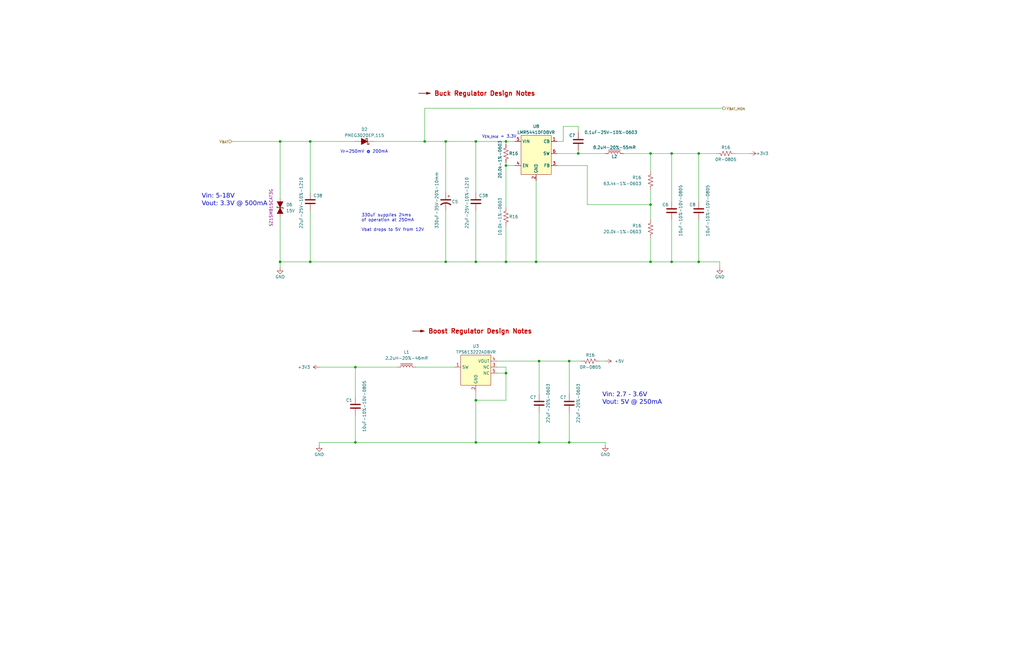
<source format=kicad_sch>
(kicad_sch (version 20230121) (generator eeschema)
  (paper "B")
  (title_block (title "IMU-2X") (date "2023-08-12") (rev "1") (company "FRC971 - Spartan Robotics"))
  (lib_symbols
    (symbol "Device:C" (pin_numbers hide) (pin_names (offset 0.254))
      (property "Reference" "C" (at 0.635 2.54 0))
      (property "Value" "C" (at 0.635 -2.54 0))
      (symbol "C_0_1"
        (polyline (pts (xy -2.032 -0.762) (xy 2.032 -0.762)) (stroke (width 0.508)))
        (polyline (pts (xy -2.032 0.762) (xy 2.032 0.762)) (stroke (width 0.508)))
      )
      (symbol "C_1_1"
        (pin passive line (at 0 3.81 270) (length 2.794) (name "~") (number "1"))
        (pin passive line (at 0 -3.81 90) (length 2.794) (name "~") (number "2"))
      )
    )
    (symbol "Device:C_Polarized_US" (pin_numbers hide) (pin_names (offset 0.254) hide)
      (property "Reference" "C" (at 0.635 2.54 0))
      (property "Value" "C_Polarized_US" (at 0.635 -2.54 0))
      (symbol "C_Polarized_US_0_1"
        (polyline (pts (xy -2.032 0.762) (xy 2.032 0.762)) (stroke (width 0.508)))
        (polyline (pts (xy -1.778 2.286) (xy -0.762 2.286)))
        (polyline (pts (xy -1.27 1.778) (xy -1.27 2.794)))
        (arc (start 2.032 -1.27) (mid 0 -0.5572) (end -2.032 -1.27) (stroke (width 0.508)))
      )
      (symbol "C_Polarized_US_1_1"
        (pin passive line (at 0 3.81 270) (length 2.794) (name "~") (number "1"))
        (pin passive line (at 0 -3.81 90) (length 3.302) (name "~") (number "2"))
      )
    )
    (symbol "Device:D_Schottky" (pin_numbers hide) (pin_names (offset 1.016) hide)
      (property "Reference" "D2" (at -0.3175 -6.35 0))
      (property "Value" "D_Schottky" (at -0.3175 -3.81 0))
      (symbol "D_Schottky_0_1"
        (polyline (pts (xy 1.27 0) (xy -1.27 0)))
        (polyline (pts (xy -1.905 0.635) (xy -1.905 1.27) (xy -1.27 1.27) (xy -1.27 -1.27) (xy -0.635 -1.27) (xy -0.635 -0.635)) (stroke (width 0.254)))
      )
      (symbol "D_Schottky_1_1"
        (polyline (pts (xy 1.27 1.27) (xy 1.27 -1.27) (xy -1.27 0) (xy 1.27 1.27)) (stroke (width 0.254)) (fill (type outline)))
        (pin passive line (at -3.81 0 0) (length 2.54) (name "K") (number "1"))
        (pin passive line (at 3.81 0 180) (length 2.54) (name "A") (number "2"))
      )
    )
    (symbol "Device:D_TVS" (pin_numbers hide) (pin_names (offset 1.016) hide)
      (property "Reference" "D1" (at 1.2701 -2.54 90))
      (property "Value" "15V" (at -1.27 -2.54 90))
      (property "MFG P/N" "SZ1SMB15CAT3G" (at 0 3.81 0))
      (symbol "D_TVS_0_1"
        (polyline (pts (xy 1.27 0) (xy -1.27 0)))
        (polyline (pts (xy 0.508 1.27) (xy 0 1.27) (xy 0 -1.27) (xy -0.508 -1.27)) (stroke (width 0.254)))
      )
      (symbol "D_TVS_1_1"
        (polyline (pts (xy -2.54 -1.27) (xy -2.54 1.27) (xy 0 0) (xy -2.54 -1.27)) (fill (type outline)))
        (polyline (pts (xy 2.54 1.27) (xy 2.54 -1.27) (xy 0 0) (xy 2.54 1.27)) (fill (type outline)))
        (pin passive line (at -3.81 0 0) (length 2.54) (name "A1") (number "1"))
        (pin passive line (at 3.81 0 180) (length 2.54) (name "A2") (number "2"))
      )
    )
    (symbol "Device:L_Iron" (pin_numbers hide) (pin_names (offset 1.016) hide)
      (property "Reference" "L" (at -1.27 0 90))
      (property "Value" "L_Iron" (at 2.794 0 90))
      (symbol "L_Iron_0_1"
        (arc (start 0 -2.54) (mid 0.6323 -1.905) (end 0 -1.27))
        (arc (start 0 -1.27) (mid 0.6323 -0.635) (end 0 0))
        (polyline (pts (xy 1.016 2.54) (xy 1.016 -2.54)))
        (polyline (pts (xy 1.524 -2.54) (xy 1.524 2.54)))
        (arc (start 0 0) (mid 0.6323 0.635) (end 0 1.27))
        (arc (start 0 1.27) (mid 0.6323 1.905) (end 0 2.54))
      )
      (symbol "L_Iron_1_1"
        (pin passive line (at 0 3.81 270) (length 1.27) (name "1") (number "1"))
        (pin passive line (at 0 -3.81 90) (length 1.27) (name "2") (number "2"))
      )
    )
    (symbol "Device:R_US" (pin_numbers hide) (pin_names (offset 0))
      (property "Reference" "R" (at 2.54 0 90))
      (property "Value" "R_US" (at -2.54 0 90))
      (symbol "R_US_0_1"
        (polyline (pts (xy 0 -2.286) (xy 0 -2.54)))
        (polyline (pts (xy 0 2.286) (xy 0 2.54)))
        (polyline (pts (xy 0 -0.762) (xy 1.016 -1.143) (xy 0 -1.524) (xy -1.016 -1.905) (xy 0 -2.286)))
        (polyline (pts (xy 0 0.762) (xy 1.016 0.381) (xy 0 0) (xy -1.016 -0.381) (xy 0 -0.762)))
        (polyline (pts (xy 0 2.286) (xy 1.016 1.905) (xy 0 1.524) (xy -1.016 1.143) (xy 0 0.762)))
      )
      (symbol "R_US_1_1"
        (pin passive line (at 0 3.81 270) (length 1.27) (name "~") (number "1"))
        (pin passive line (at 0 -3.81 90) (length 1.27) (name "~") (number "2"))
      )
    )
    (symbol "Graphic:SYM_Arrow_Normal" (in_bom no) (on_board no)
      (symbol "SYM_Arrow_Normal_0_1"
        (polyline (pts (xy 1.524 0) (xy -2.54 0)) (stroke (width 0.254)))
        (polyline (pts (xy 2.54 0) (xy 0.762 -0.508) (xy 0.762 0.508) (xy 2.54 0)) (fill (type outline)))
      )
    )
    (symbol "IMU-2X:LMR54410FDBVR"
      (property "Reference" "U" (at 0 0 0))
      (symbol "LMR54410FDBVR_1_1"
        (rectangle (start 0 0) (end 12.7 -16.51) (fill (type background)))
        (pin passive line (at 15.24 -2.54 180) (length 2.54) (name "CB") (number "1"))
        (pin passive line (at 6.35 -19.05 90) (length 2.54) (name "GND") (number "2"))
        (pin input line (at 15.24 -12.7 180) (length 2.54) (name "FB") (number "3"))
        (pin input line (at -2.54 -12.7 0) (length 2.54) (name "EN") (number "4"))
        (pin power_in line (at -2.54 -2.54 0) (length 2.54) (name "VIN") (number "5"))
        (pin power_out line (at 15.24 -7.62 180) (length 2.54) (name "SW") (number "6"))
      )
    )
    (symbol "IMU-2X:TPS613222ADBVR"
      (property "Reference" "U" (at 0 0 0))
      (property "Value" "TPS613222ADBVR" (at 0 0 0))
      (symbol "TPS613222ADBVR_1_1"
        (rectangle (start -6.35 0) (end 6.35 -12.7) (fill (type background)))
        (pin power_in line (at -8.89 -5.08 0) (length 2.54) (name "SW") (number "1"))
        (pin passive line (at 0 -15.24 90) (length 2.54) (name "GND") (number "2"))
        (pin passive line (at 8.89 -5.08 180) (length 2.54) (name "NC") (number "3"))
        (pin power_out line (at 8.89 -2.54 180) (length 2.54) (name "VOUT") (number "4"))
        (pin passive line (at 8.89 -7.62 180) (length 2.54) (name "NC") (number "5"))
      )
    )
    (symbol "power:+3V3" (power) (pin_names (offset 0))
      (property "Value" "+3V3" (at 0 3.556 0))
      (symbol "+3V3_0_1"
        (polyline (pts (xy -0.762 1.27) (xy 0 2.54)))
        (polyline (pts (xy 0 0) (xy 0 2.54)))
        (polyline (pts (xy 0 2.54) (xy 0.762 1.27)))
      )
      (symbol "+3V3_1_1"
        (pin power_in line (at 0 0 90) (length 0) hide (name "+3V3") (number "1"))
      )
    )
    (symbol "power:+5V" (power) (pin_names (offset 0))
      (property "Value" "+5V" (at 0 3.556 0))
      (symbol "+5V_0_1"
        (polyline (pts (xy -0.762 1.27) (xy 0 2.54)))
        (polyline (pts (xy 0 0) (xy 0 2.54)))
        (polyline (pts (xy 0 2.54) (xy 0.762 1.27)))
      )
      (symbol "+5V_1_1"
        (pin power_in line (at 0 0 90) (length 0) hide (name "+5V") (number "1"))
      )
    )
    (symbol "power:GND" (power) (pin_names (offset 0))
      (property "Value" "GND" (at 0 -3.81 0))
      (symbol "GND_0_1"
        (polyline (pts (xy 0 0) (xy 0 -1.27) (xy 1.27 -1.27) (xy 0 -2.54) (xy -1.27 -1.27) (xy 0 -1.27)))
      )
      (symbol "GND_1_1"
        (pin power_in line (at 0 0 270) (length 0) hide (name "GND") (number "1"))
      )
    )
  )
  (junction (at 149.86 186.69))
  (junction (at 294.64 110.49))
  (junction (at 200.66 59.69))
  (junction (at 240.03 186.69))
  (junction (at 213.36 157.48))
  (junction (at 200.66 168.91))
  (junction (at 213.36 69.85))
  (junction (at 240.03 152.4))
  (junction (at 179.07 59.69))
  (junction (at 118.11 59.69))
  (junction (at 213.36 59.69))
  (junction (at 130.81 110.49))
  (junction (at 274.32 110.49))
  (junction (at 130.81 59.69))
  (junction (at 149.86 154.94))
  (junction (at 200.66 186.69))
  (junction (at 226.06 110.49))
  (junction (at 243.84 64.77))
  (junction (at 213.36 110.49))
  (junction (at 227.33 152.4))
  (junction (at 283.21 64.77))
  (junction (at 274.32 64.77))
  (junction (at 118.11 110.49))
  (junction (at 283.21 110.49))
  (junction (at 274.32 86.36))
  (junction (at 187.96 110.49))
  (junction (at 200.66 110.49))
  (junction (at 187.96 59.69))
  (junction (at 294.64 64.77))
  (junction (at 227.33 186.69))
  (wire (pts (xy 274.32 80.01) (xy 274.32 86.36)))
  (wire (pts (xy 283.21 110.49) (xy 294.64 110.49)))
  (wire (pts (xy 157.48 59.69) (xy 179.07 59.69)))
  (wire (pts (xy 134.62 186.69) (xy 134.62 187.96)))
  (wire (pts (xy 134.62 154.94) (xy 149.86 154.94)))
  (wire (pts (xy 213.36 168.91) (xy 200.66 168.91)))
  (wire (pts (xy 226.06 76.2) (xy 226.06 110.49)))
  (wire (pts (xy 240.03 152.4) (xy 245.11 152.4)))
  (wire (pts (xy 213.36 110.49) (xy 226.06 110.49)))
  (wire (pts (xy 149.86 175.26) (xy 149.86 186.69)))
  (wire (pts (xy 252.73 152.4) (xy 255.27 152.4)))
  (wire (pts (xy 303.53 110.49) (xy 303.53 113.03)))
  (wire (pts (xy 179.07 59.69) (xy 187.96 59.69)))
  (wire (pts (xy 130.81 81.28) (xy 130.81 59.69)))
  (wire (pts (xy 200.66 168.91) (xy 200.66 186.69)))
  (wire (pts (xy 227.33 186.69) (xy 240.03 186.69)))
  (wire (pts (xy 130.81 88.9) (xy 130.81 110.49)))
  (wire (pts (xy 200.66 59.69) (xy 200.66 81.28)))
  (wire (pts (xy 213.36 59.69) (xy 217.17 59.69)))
  (wire (pts (xy 179.07 45.72) (xy 304.8 45.72)))
  (wire (pts (xy 283.21 64.77) (xy 294.64 64.77)))
  (wire (pts (xy 243.84 53.34) (xy 243.84 55.88)))
  (wire (pts (xy 240.03 173.99) (xy 240.03 186.69)))
  (wire (pts (xy 234.95 69.85) (xy 247.65 69.85)))
  (wire (pts (xy 200.66 168.91) (xy 200.66 165.1)))
  (wire (pts (xy 234.95 64.77) (xy 243.84 64.77)))
  (wire (pts (xy 118.11 110.49) (xy 130.81 110.49)))
  (wire (pts (xy 213.36 59.69) (xy 213.36 60.96)))
  (wire (pts (xy 294.64 64.77) (xy 302.26 64.77)))
  (wire (pts (xy 200.66 59.69) (xy 213.36 59.69)))
  (wire (pts (xy 209.55 152.4) (xy 227.33 152.4)))
  (wire (pts (xy 118.11 110.49) (xy 118.11 113.03)))
  (wire (pts (xy 187.96 88.9) (xy 187.96 110.49)))
  (wire (pts (xy 187.96 59.69) (xy 200.66 59.69)))
  (wire (pts (xy 226.06 110.49) (xy 274.32 110.49)))
  (wire (pts (xy 213.36 69.85) (xy 213.36 87.63)))
  (wire (pts (xy 255.27 186.69) (xy 255.27 187.96)))
  (wire (pts (xy 227.33 152.4) (xy 227.33 166.37)))
  (wire (pts (xy 274.32 86.36) (xy 274.32 92.71)))
  (wire (pts (xy 118.11 59.69) (xy 130.81 59.69)))
  (wire (pts (xy 274.32 110.49) (xy 283.21 110.49)))
  (wire (pts (xy 149.86 154.94) (xy 149.86 167.64)))
  (wire (pts (xy 130.81 59.69) (xy 149.86 59.69)))
  (wire (pts (xy 283.21 92.71) (xy 283.21 110.49)))
  (wire (pts (xy 240.03 152.4) (xy 240.03 166.37)))
  (wire (pts (xy 309.88 64.77) (xy 316.23 64.77)))
  (wire (pts (xy 237.49 59.69) (xy 237.49 53.34)))
  (wire (pts (xy 187.96 110.49) (xy 200.66 110.49)))
  (wire (pts (xy 209.55 157.48) (xy 213.36 157.48)))
  (wire (pts (xy 243.84 63.5) (xy 243.84 64.77)))
  (wire (pts (xy 200.66 88.9) (xy 200.66 110.49)))
  (wire (pts (xy 213.36 68.58) (xy 213.36 69.85)))
  (wire (pts (xy 234.95 59.69) (xy 237.49 59.69)))
  (wire (pts (xy 247.65 69.85) (xy 247.65 86.36)))
  (wire (pts (xy 294.64 110.49) (xy 303.53 110.49)))
  (wire (pts (xy 227.33 173.99) (xy 227.33 186.69)))
  (wire (pts (xy 200.66 110.49) (xy 213.36 110.49)))
  (wire (pts (xy 179.07 59.69) (xy 179.07 45.72)))
  (wire (pts (xy 274.32 100.33) (xy 274.32 110.49)))
  (wire (pts (xy 283.21 64.77) (xy 283.21 85.09)))
  (wire (pts (xy 167.64 154.94) (xy 149.86 154.94)))
  (wire (pts (xy 274.32 64.77) (xy 274.32 72.39)))
  (wire (pts (xy 213.36 69.85) (xy 217.17 69.85)))
  (wire (pts (xy 191.77 154.94) (xy 175.26 154.94)))
  (wire (pts (xy 274.32 64.77) (xy 283.21 64.77)))
  (wire (pts (xy 247.65 86.36) (xy 274.32 86.36)))
  (wire (pts (xy 227.33 152.4) (xy 240.03 152.4)))
  (wire (pts (xy 97.79 59.69) (xy 118.11 59.69)))
  (wire (pts (xy 118.11 91.44) (xy 118.11 110.49)))
  (wire (pts (xy 237.49 53.34) (xy 243.84 53.34)))
  (wire (pts (xy 134.62 186.69) (xy 149.86 186.69)))
  (wire (pts (xy 118.11 59.69) (xy 118.11 83.82)))
  (wire (pts (xy 130.81 110.49) (xy 187.96 110.49)))
  (wire (pts (xy 262.89 64.77) (xy 274.32 64.77)))
  (wire (pts (xy 240.03 186.69) (xy 255.27 186.69)))
  (wire (pts (xy 243.84 64.77) (xy 255.27 64.77)))
  (wire (pts (xy 294.64 64.77) (xy 294.64 85.09)))
  (wire (pts (xy 294.64 92.71) (xy 294.64 110.49)))
  (wire (pts (xy 149.86 186.69) (xy 200.66 186.69)))
  (wire (pts (xy 213.36 157.48) (xy 213.36 168.91)))
  (wire (pts (xy 213.36 154.94) (xy 213.36 157.48)))
  (wire (pts (xy 213.36 95.25) (xy 213.36 110.49)))
  (wire (pts (xy 209.55 154.94) (xy 213.36 154.94)))
  (wire (pts (xy 200.66 186.69) (xy 227.33 186.69)))
  (wire (pts (xy 187.96 81.28) (xy 187.96 59.69)))
  (text "Vin: 5-18V\nVout: 3.3V @ 500mA" (at 85.09 87.63 0) (effects (font (size 1.905 1.905)) (justify left bottom)))
  (text "V_{EN_thld} = 3.3V" (at 203.2 58.42 0) (effects (font (size 1.27 1.27)) (justify left bottom)))
  (text "Vin: 2.7 - 3.6V\nVout: 5V @ 250mA" (at 254 171.45 0) (effects (font (size 1.905 1.905)) (justify left bottom)))
  (text "V_{F}=250mV @ 200mA" (at 143.51 64.77 0) (effects (font (size 1.27 1.27)) (justify left bottom)))
  (text "330uF supplies 24ms\nof operation at 250mA\n\nVbat drops to 5V from 12V" (at 152.4 97.79 0) (effects (font (size 1.27 1.27)) (justify left bottom)))
  (hierarchical_label "V_{BAT}" (shape input) (at 97.79 59.69 180))
  (hierarchical_label "V_{BAT_MON}" (shape output) (at 304.8 45.72 0))
  (symbol (lib_id "Device:R_US") (at 306.07 64.77 270) (mirror x) (unit 1)
    (property "Reference" "R16" (at 306.07 62.23 90))
    (property "Value" "0R-0805" (at 306.07 67.31 90))
    (property "Footprint" "Resistor_SMD:R_0805_2012Metric_Pad1.20x1.40mm_HandSolder" (effects hide))
    (property "Datasheet" "Components/Yageo-PYu-RC_Group_51_RoHS_L_12.pdf" (effects hide))
    (property "MFG" "Yageo" (effects hide))
    (property "MFG P/N" "RC0805JR-070RL" (effects hide))
    (property "DIST" "Digikey" (effects hide))
    (property "DIST P/N" "311-0.0ARCT-ND" (effects hide))
    (instances (project "PI-Power-Board" (path "" (reference "R16") (unit 1))) (project "IMU-2X" (path "" (reference "R3") (unit 1))) (project "NX-J401-Adapter" (path "" (reference "R2") (unit 1))))
  )
  (symbol (lib_id "Device:L_Iron") (at 171.45 154.94 90) (unit 1)
    (property "Reference" "L1" (at 171.45 148.59 90))
    (property "Value" "2.2uH-20%-46mR" (at 171.45 151.13 90))
    (property "Footprint" "IMU-2X:L_Vishay_IHLP-1212" (effects hide))
    (property "Datasheet" "Components/Vishay-IHLP1212BZER2R2M11.pdf" (effects hide))
    (property "MFG" "Vishay" (effects hide))
    (property "MFG P/N" "IHLP1212BZER2R2M11" (effects hide))
    (property "DIST" "Digikey" (effects hide))
    (property "DIST P/N" "541-1322-1-ND" (effects hide))
  )
  (symbol (lib_id "power:GND") (at 255.27 187.96 0) (unit 1)
    (property "Reference" "#PWR054" (effects hide))
    (property "Value" "GND" (at 255.27 191.77 0))
  )
  (symbol (lib_id "power:+3V3") (at 134.62 154.94 90) (mirror x) (unit 1)
    (property "Reference" "#PWR056" (effects hide))
    (property "Value" "+3V3" (at 130.81 154.94 90) (effects (justify left)))
  )
  (symbol (lib_id "Device:C") (at 240.03 170.18 0) (unit 1)
    (property "Reference" "C?" (at 238.76 167.64 0) (effects (justify right)))
    (property "Value" "22uF-20%-0603" (at 243.84 170.18 90))
    (property "Footprint" "Capacitor_SMD:C_0603_1608Metric" (effects hide))
    (property "Datasheet" "Components/TDK-mlcc_commercial_general_en.pdf" (effects hide))
    (property "MFG" "TDK" (effects hide))
    (property "MFG P/N" "C1608X5R1A226M080AC" (effects hide))
    (property "DIST" "Digikey" (effects hide))
    (property "DIST P/N" "445-9077-1-ND" (effects hide))
    (instances (project "IMU-2X" (path "" (reference "C?") (unit 1)) (path "" (reference "C2") (unit 1))))
  )
  (symbol (lib_id "Device:C") (at 200.66 85.09 180) (unit 1)
    (property "Reference" "C38" (at 201.93 82.55 0) (effects (justify right)))
    (property "Value" "22uF-25V-10%-1210" (at 196.85 96.52 90) (effects (justify right)))
    (property "Footprint" "Capacitor_SMD:C_1210_3225Metric" (effects hide))
    (property "Datasheet" "Components/Samsung-MLCC.pdf" (effects hide))
    (property "MFG" "Samsung Electro-Mechanics" (effects hide))
    (property "MFG P/N" "CL32A226KAJNNWE" (effects hide))
    (property "DIST" "Digikey" (effects hide))
    (property "DIST P/N" "1276-3369-1-ND" (effects hide))
    (instances (project "PI-Power-Board" (path "" (reference "C38") (unit 1))) (project "IMU-2X" (path "" (reference "C36") (unit 1))) (project "NX-J401-Adapter" (path "" (reference "C1") (unit 1))))
  )
  (symbol (lib_id "IMU-2X:LMR54410FDBVR") (at 219.71 57.15 0) (unit 1)
    (property "Reference" "U8" (at 226.06 53.34 0))
    (property "Value" "LMR54410FDBVR" (at 226.06 55.88 0))
    (property "Footprint" "Package_TO_SOT_SMD:SOT-23-6" (effects hide))
    (property "Datasheet" "Components/TI-LMR54406.pdf" (effects hide))
    (property "MFG" "Texas Instruments" (effects hide))
    (property "MFG P/N" "LMR54410FDBVR" (effects hide))
    (property "DIST" "Digikey" (effects hide))
    (property "DIST P/N" "296-LMR54410FDBVRCT-ND" (effects hide))
  )
  (symbol (lib_id "Device:D_TVS") (at 118.11 87.63 90) (unit 1)
    (property "Reference" "D6" (at 120.65 86.3599 90) (effects (justify right)))
    (property "Value" "15V" (at 120.65 88.9 90) (effects (justify right)))
    (property "Footprint" "Diode_SMD:D_SMB" (effects hide))
    (property "Datasheet" "Components/Littelfulse-sz1smb28cat3g.pdf" (effects hide))
    (property "MFG" "Littelfuse" (effects hide))
    (property "MFG P/N" "SZ1SMB15CAT3G" (at 114.3 87.63 0))
    (property "DIST" "Digikey" (effects hide))
    (property "DIST P/N" "F11544CT-ND" (effects hide))
    (instances (project "PI-Power-Board" (path "" (reference "D6") (unit 1))) (project "IMU-2X" (path "" (reference "D1") (unit 1))) (project "NX-J401-Adapter" (path "" (reference "D1") (unit 1))))
  )
  (symbol (lib_id "Device:C") (at 283.21 88.9 0) (mirror y) (unit 1)
    (property "Reference" "C6" (at 281.94 86.36 0) (effects (justify left)))
    (property "Value" "10uF-10%-10V-0805" (at 287.02 88.9 90))
    (property "Footprint" "Capacitor_SMD:C_0805_2012Metric" (effects hide))
    (property "Datasheet" "Components/Kemet-C0805C106K8PACTU.pdf" (effects hide))
    (property "MFG" "Kemet" (effects hide))
    (property "MFG P/N" "C0805C106K8PAC7800" (effects hide))
    (property "DIST" "Digikey" (effects hide))
    (property "DIST P/N" "399-C0805C106K8PAC7800CT-ND" (effects hide))
  )
  (symbol (lib_id "Device:L_Iron") (at 259.08 64.77 90) (unit 1)
    (property "Reference" "L2" (at 259.08 66.04 90))
    (property "Value" "8.2uH-20%-55mR" (at 259.08 62.23 90))
    (property "Footprint" "IMU-2X:L_Vishay_IHLP-2525" (effects hide))
    (property "Datasheet" "Components/Vishay-ihlp-2525cz-1a.pdf" (effects hide))
    (property "MFG" "Vishay" (effects hide))
    (property "MFG P/N" "IHLP2525CZER8R2M1A" (effects hide))
    (property "DIST" "Digikey" (effects hide))
    (property "DIST P/N" "541-IHLP2525CZER8R2M1ACT-ND" (effects hide))
  )
  (symbol (lib_id "power:+3V3") (at 316.23 64.77 270) (unit 1)
    (property "Reference" "#PWR052" (effects hide))
    (property "Value" "+3V3" (at 318.77 64.77 90) (effects (justify left)))
  )
  (symbol (lib_id "Device:R_US") (at 213.36 64.77 0) (mirror x) (unit 1)
    (property "Reference" "R16" (at 214.63 64.77 0) (effects (justify left)))
    (property "Value" "20.0k-1%-0603" (at 210.82 67.31 90))
    (property "Footprint" "Resistor_SMD:R_0603_1608Metric" (effects hide))
    (property "Datasheet" "Components/Yageo-PYu-RC_Group_51_RoHS_L_12.pdf" (effects hide))
    (property "MFG" "Yageo" (effects hide))
    (property "MFG P/N" "RC0603FR-0720KL" (effects hide))
    (property "DIST" "Digikey" (effects hide))
    (property "DIST P/N" "311-20.0KHRCT-ND" (effects hide))
    (instances (project "PI-Power-Board" (path "" (reference "R16") (unit 1))) (project "IMU-2X" (path "" (reference "R6") (unit 1))) (project "NX-J401-Adapter" (path "" (reference "R2") (unit 1))))
  )
  (symbol (lib_id "Device:R_US") (at 274.32 96.52 0) (mirror x) (unit 1)
    (property "Reference" "R16" (at 270.51 95.25 0) (effects (justify right)))
    (property "Value" "20.0k-1%-0603" (at 270.51 97.79 0) (effects (justify right)))
    (property "Footprint" "Resistor_SMD:R_0603_1608Metric" (effects hide))
    (property "Datasheet" "Components/Yageo-PYu-RC_Group_51_RoHS_L_12.pdf" (effects hide))
    (property "MFG" "Yageo" (effects hide))
    (property "MFG P/N" "RC0603FR-0720KL" (effects hide))
    (property "DIST" "Digikey" (effects hide))
    (property "DIST P/N" "311-20.0KHRCT-ND" (effects hide))
    (instances (project "PI-Power-Board" (path "" (reference "R16") (unit 1))) (project "IMU-2X" (path "" (reference "R15") (unit 1))) (project "NX-J401-Adapter" (path "" (reference "R2") (unit 1))))
  )
  (symbol (lib_id "Device:R_US") (at 248.92 152.4 270) (mirror x) (unit 1)
    (property "Reference" "R16" (at 248.92 149.86 90))
    (property "Value" "0R-0805" (at 248.92 154.94 90))
    (property "Footprint" "Resistor_SMD:R_0805_2012Metric_Pad1.20x1.40mm_HandSolder" (effects hide))
    (property "Datasheet" "Components/Yageo-PYu-RC_Group_51_RoHS_L_12.pdf" (effects hide))
    (property "MFG" "Yageo" (effects hide))
    (property "MFG P/N" "RC0805JR-070RL" (effects hide))
    (property "DIST" "Digikey" (effects hide))
    (property "DIST P/N" "311-0.0ARCT-ND" (effects hide))
    (instances (project "PI-Power-Board" (path "" (reference "R16") (unit 1))) (project "IMU-2X" (path "" (reference "R2") (unit 1))) (project "NX-J401-Adapter" (path "" (reference "R2") (unit 1))))
  )
  (symbol (lib_id "Graphic:SYM_Arrow_Normal") (at 176.53 139.7 0) (unit 1) (in_bom no) (on_board no)
    (property "Reference" "#SYM5" (effects hide))
    (property "Value" "Boost Regulator Design Notes" (at 180.34 139.7 0) (effects (font (size 1.905 1.905) bold) (justify left)))
    (property "Datasheet" "Components/WBDesign78-TPS613222-3Vin-5Vout-0.25A.pdf" (effects hide))
    (property "Sim.Enable" "0" (effects hide))
  )
  (symbol (lib_id "Device:D_Schottky") (at 153.67 59.69 180) (unit 1)
    (property "Reference" "D2" (at 153.67 54.61 0))
    (property "Value" "PMEG3020EP,115" (at 153.67 57.15 0))
    (property "Footprint" "IMU-2X:D_SOD-128" (effects hide))
    (property "Datasheet" "Components/Nexperia-PMEG3020EP.pdf" (effects hide))
    (property "MFG" "Nexperia" (effects hide))
    (property "MFG P/N" "PMEG3020EP,115" (effects hide))
    (property "DIST" "Digikey" (effects hide))
    (property "DIST P/N" "1727-5836-1-ND" (effects hide))
  )
  (symbol (lib_id "Device:C") (at 227.33 170.18 0) (unit 1)
    (property "Reference" "C?" (at 226.06 167.64 0) (effects (justify right)))
    (property "Value" "22uF-20%-0603" (at 231.14 170.18 90))
    (property "Footprint" "Capacitor_SMD:C_0603_1608Metric" (effects hide))
    (property "Datasheet" "Components/TDK-mlcc_commercial_general_en.pdf" (effects hide))
    (property "MFG" "TDK" (effects hide))
    (property "MFG P/N" "C1608X5R1A226M080AC" (effects hide))
    (property "DIST" "Digikey" (effects hide))
    (property "DIST P/N" "445-9077-1-ND" (effects hide))
    (instances (project "IMU-2X" (path "" (reference "C?") (unit 1)) (path "" (reference "C11") (unit 1))))
  )
  (symbol (lib_id "power:GND") (at 303.53 113.03 0) (unit 1)
    (property "Reference" "#PWR051" (effects hide))
    (property "Value" "GND" (at 303.53 116.84 0))
  )
  (symbol (lib_id "IMU-2X:TPS613222ADBVR") (at 200.66 149.86 0) (unit 1)
    (property "Reference" "U3" (at 200.66 146.05 0))
    (property "Value" "TPS613222ADBVR" (at 200.66 148.59 0))
    (property "Footprint" "Package_TO_SOT_SMD:SOT-23-5" (effects hide))
    (property "Datasheet" "Components/TI-tps613222.pdf" (effects hide))
    (property "MFG" "Texas Instruments" (effects hide))
    (property "MFG P/N" "TPS613222ADBVR" (effects hide))
    (property "DIST" "Digikey" (effects hide))
    (property "DIST P/N" "296-50503-1-ND" (effects hide))
  )
  (symbol (lib_id "power:GND") (at 118.11 113.03 0) (unit 1)
    (property "Reference" "#PWR050" (effects hide))
    (property "Value" "GND" (at 118.11 116.84 0))
  )
  (symbol (lib_id "Device:C_Polarized_US") (at 187.96 85.09 0) (mirror y) (unit 1)
    (property "Reference" "C5" (at 190.5 85.09 0) (effects (justify right)))
    (property "Value" "330uF-35V-20%-10mm" (at 184.15 96.52 90) (effects (justify left)))
    (property "Footprint" "Capacitor_THT:CP_Radial_D10.0mm_P5.00mm" (effects hide))
    (property "Datasheet" "Components/Rubycon-PZJ.pdf" (effects hide))
    (property "MFG" "Rubycon" (effects hide))
    (property "MFG P/N" "35PZJ330M10X9" (effects hide))
    (property "DIST" "Digikey" (effects hide))
    (property "DIST P/N" "1189-35PZJ330M10X9-ND" (effects hide))
    (instances (project "IMU-2X" (path "" (reference "C5") (unit 1))) (project "NX-J401-Adapter" (path "" (reference "C2") (unit 1))))
  )
  (symbol (lib_id "Device:C") (at 294.64 88.9 0) (unit 1)
    (property "Reference" "C8" (at 293.37 86.36 0) (effects (justify right)))
    (property "Value" "10uF-10%-10V-0805" (at 298.45 88.9 90))
    (property "Footprint" "Capacitor_SMD:C_0805_2012Metric" (effects hide))
    (property "Datasheet" "Components/Kemet-C0805C106K8PACTU.pdf" (effects hide))
    (property "MFG" "Kemet" (effects hide))
    (property "MFG P/N" "C0805C106K8PAC7800" (effects hide))
    (property "DIST" "Digikey" (effects hide))
    (property "DIST P/N" "399-C0805C106K8PAC7800CT-ND" (effects hide))
  )
  (symbol (lib_id "Device:R_US") (at 274.32 76.2 0) (mirror x) (unit 1)
    (property "Reference" "R16" (at 270.51 74.93 0) (effects (justify right)))
    (property "Value" "63.4k-1%-0603" (at 270.51 77.47 0) (effects (justify right)))
    (property "Footprint" "Resistor_SMD:R_0603_1608Metric" (effects hide))
    (property "Datasheet" "Components/Yageo-PYu-RC_Group_51_RoHS_L_12.pdf" (effects hide))
    (property "MFG" "Yageo" (effects hide))
    (property "MFG P/N" "RC0603FR-0763K4L" (effects hide))
    (property "DIST" "Digikey" (effects hide))
    (property "DIST P/N" "311-63.4KHRCT-ND" (effects hide))
    (instances (project "PI-Power-Board" (path "" (reference "R16") (unit 1))) (project "IMU-2X" (path "" (reference "R4") (unit 1))) (project "NX-J401-Adapter" (path "" (reference "R2") (unit 1))))
  )
  (symbol (lib_id "power:GND") (at 134.62 187.96 0) (unit 1)
    (property "Reference" "#PWR053" (effects hide))
    (property "Value" "GND" (at 134.62 191.77 0))
  )
  (symbol (lib_id "Device:R_US") (at 213.36 91.44 0) (mirror x) (unit 1)
    (property "Reference" "R16" (at 214.63 91.44 0) (effects (justify left)))
    (property "Value" "10.0k-1%-0603" (at 210.82 91.44 90))
    (property "Footprint" "Resistor_SMD:R_0603_1608Metric" (effects hide))
    (property "Datasheet" "Components/Yageo-PYu-RC_Group_51_RoHS_L_12.pdf" (effects hide))
    (property "MFG" "Yageo" (effects hide))
    (property "MFG P/N" "RC0603FR-0710KP" (effects hide))
    (property "DIST" "Digikey" (effects hide))
    (property "DIST P/N" "YAG1290CT-ND" (effects hide))
    (instances (project "PI-Power-Board" (path "" (reference "R16") (unit 1))) (project "IMU-2X" (path "" (reference "R8") (unit 1))) (project "NX-J401-Adapter" (path "" (reference "R2") (unit 1))))
  )
  (symbol (lib_id "power:+5V") (at 255.27 152.4 270) (unit 1)
    (property "Reference" "#PWR055" (effects hide))
    (property "Value" "+5V" (at 259.08 152.4 90) (effects (justify left)))
  )
  (symbol (lib_id "Device:C") (at 149.86 171.45 0) (unit 1)
    (property "Reference" "C1" (at 148.59 168.91 0) (effects (justify right)))
    (property "Value" "10uF-10%-10V-0805" (at 153.67 171.45 90))
    (property "Footprint" "Capacitor_SMD:C_0805_2012Metric" (effects hide))
    (property "Datasheet" "Components/Kemet-C0805C106K8PACTU.pdf" (effects hide))
    (property "MFG" "Kemet" (effects hide))
    (property "MFG P/N" "C0805C106K8PAC7800" (effects hide))
    (property "DIST" "Digikey" (effects hide))
    (property "DIST P/N" "399-C0805C106K8PAC7800CT-ND" (effects hide))
  )
  (symbol (lib_id "Device:C") (at 243.84 59.69 0) (unit 1)
    (property "Reference" "C?" (at 242.57 57.15 0) (effects (justify right)))
    (property "Value" "0.1uF-25V-10%-0603" (at 246.38 55.88 0) (effects (justify left)))
    (property "Footprint" "Capacitor_SMD:C_0603_1608Metric" (effects hide))
    (property "Datasheet" "Components/Kyocera-KGM_X7R.pdf" (effects hide))
    (property "DIST" "Digikey" (effects hide))
    (property "DIST P/N" "478-KGM15BR71E104KMCT-ND" (effects hide))
    (property "MFG" "Kyocera AVX" (effects hide))
    (property "MFG P/N" "KGM15BR71E104KM" (effects hide))
    (instances (project "IMU-2X" (path "" (reference "C?") (unit 1)) (path "" (reference "C7") (unit 1))))
  )
  (symbol (lib_id "Graphic:SYM_Arrow_Normal") (at 179.07 39.37 0) (unit 1) (in_bom no) (on_board no)
    (property "Reference" "#SYM4" (effects hide))
    (property "Value" "Buck Regulator Design Notes" (at 182.88 39.37 0) (effects (font (size 1.905 1.905) bold) (justify left)))
    (property "Datasheet" "Components/WBDesign76-LMR54410FDBR-5-18V-3.3V-0.5A.pdf" (effects hide))
    (property "Sim.Enable" "0" (effects hide))
  )
  (symbol (lib_id "Device:C") (at 130.81 85.09 180) (unit 1)
    (property "Reference" "C38" (at 132.08 82.55 0) (effects (justify right)))
    (property "Value" "22uF-25V-10%-1210" (at 127 96.52 90) (effects (justify right)))
    (property "Footprint" "Capacitor_SMD:C_1210_3225Metric" (effects hide))
    (property "Datasheet" "Components/Samsung-MLCC.pdf" (effects hide))
    (property "MFG" "Samsung Electro-Mechanics" (effects hide))
    (property "MFG P/N" "CL32A226KAJNNWE" (effects hide))
    (property "DIST" "Digikey" (effects hide))
    (property "DIST P/N" "1276-3369-1-ND" (effects hide))
    (instances (project "PI-Power-Board" (path "" (reference "C38") (unit 1))) (project "IMU-2X" (path "" (reference "C3") (unit 1))) (project "NX-J401-Adapter" (path "" (reference "C1") (unit 1))))
  )
)
</source>
